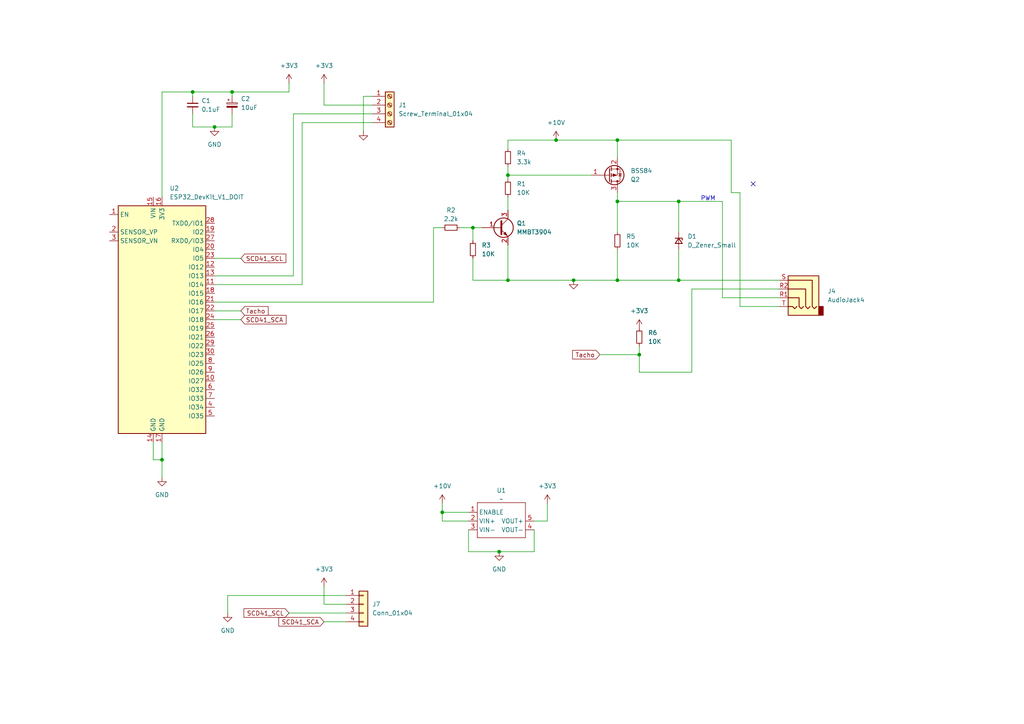
<source format=kicad_sch>
(kicad_sch (version 20231120) (generator "eeschema") (generator_version "8.0")
  (paper "A4")
  (lib_symbols
    (symbol "A_LOCAL_LIBS:Bucket-Converter-Board-3.3V"
      (property "Reference" "U" (at 0 6.604 0))
      (symbol "Bucket-Converter-Board-3.3V_0_1"
        (polyline (pts (xy -6.35 5.334) (xy 7.62 5.334) (xy 7.62 -4.826) (xy -6.35 -4.826) (xy -6.35 5.334)))
      )
      (symbol "Bucket-Converter-Board-3.3V_1_1"
        (pin input line (at -8.89 2.54 0) (length 2.54) (name "ENABLE") (number "1"))
        (pin power_in line (at -8.89 0 0) (length 2.54) (name "VIN+") (number "2"))
        (pin power_in line (at -8.89 -2.54 0) (length 2.54) (name "VIN-") (number "3"))
        (pin power_out line (at 10.16 -2.54 180) (length 2.54) (name "VOUT-") (number "4"))
        (pin power_out line (at 10.16 0 180) (length 2.54) (name "VOUT+") (number "5"))
      )
    )
    (symbol "A_LOCAL_LIBS:ESP32_DevKit_V1_DOIT"
      (property "Reference" "U" (at -11.43 34.29 0))
      (property "Value" "ESP32_DevKit_V1_DOIT" (at 11.43 34.29 0))
      (symbol "ESP32_DevKit_V1_DOIT_1_1"
        (rectangle (start -12.7 33.02) (end 12.7 -33.02) (stroke (width 0.254)) (fill (type background)))
        (pin input line (at -15.24 30.48 0) (length 2.54) (name "EN") (number "1"))
        (pin bidirectional line (at 15.24 -17.78 180) (length 2.54) (name "IO27") (number "10"))
        (pin bidirectional line (at 15.24 10.16 180) (length 2.54) (name "IO14") (number "11"))
        (pin bidirectional line (at 15.24 15.24 180) (length 2.54) (name "IO12") (number "12"))
        (pin bidirectional line (at 15.24 12.7 180) (length 2.54) (name "IO13") (number "13"))
        (pin power_in line (at -2.54 -35.56 90) (length 2.54) (name "GND") (number "14"))
        (pin power_in line (at -2.54 35.56 270) (length 2.54) (name "VIN") (number "15"))
        (pin power_in line (at 0 35.56 270) (length 2.54) (name "3V3") (number "16"))
        (pin power_in line (at 0 -35.56 90) (length 2.54) (name "GND") (number "17"))
        (pin bidirectional line (at 15.24 7.62 180) (length 2.54) (name "IO15") (number "18"))
        (pin bidirectional line (at 15.24 25.4 180) (length 2.54) (name "IO2") (number "19"))
        (pin input line (at -15.24 25.4 0) (length 2.54) (name "SENSOR_VP") (number "2"))
        (pin bidirectional line (at 15.24 20.32 180) (length 2.54) (name "IO4") (number "20"))
        (pin bidirectional line (at 15.24 5.08 180) (length 2.54) (name "IO16") (number "21"))
        (pin bidirectional line (at 15.24 2.54 180) (length 2.54) (name "IO17") (number "22"))
        (pin bidirectional line (at 15.24 17.78 180) (length 2.54) (name "IO5") (number "23"))
        (pin bidirectional line (at 15.24 0 180) (length 2.54) (name "IO18") (number "24"))
        (pin bidirectional line (at 15.24 -2.54 180) (length 2.54) (name "IO19") (number "25"))
        (pin bidirectional line (at 15.24 -5.08 180) (length 2.54) (name "IO21") (number "26"))
        (pin bidirectional line (at 15.24 22.86 180) (length 2.54) (name "RXD0/IO3") (number "27"))
        (pin bidirectional line (at 15.24 27.94 180) (length 2.54) (name "TXD0/IO1") (number "28"))
        (pin bidirectional line (at 15.24 -7.62 180) (length 2.54) (name "IO22") (number "29"))
        (pin input line (at -15.24 22.86 0) (length 2.54) (name "SENSOR_VN") (number "3"))
        (pin bidirectional line (at 15.24 -10.16 180) (length 2.54) (name "IO23") (number "30"))
        (pin input line (at 15.24 -25.4 180) (length 2.54) (name "IO34") (number "4"))
        (pin input line (at 15.24 -27.94 180) (length 2.54) (name "IO35") (number "5"))
        (pin bidirectional line (at 15.24 -20.32 180) (length 2.54) (name "IO32") (number "6"))
        (pin bidirectional line (at 15.24 -22.86 180) (length 2.54) (name "IO33") (number "7"))
        (pin bidirectional line (at 15.24 -12.7 180) (length 2.54) (name "IO25") (number "8"))
        (pin bidirectional line (at 15.24 -15.24 180) (length 2.54) (name "IO26") (number "9"))
      )
    )
    (symbol "Connector:Screw_Terminal_01x04" (pin_names (offset 1.016) hide)
      (property "Reference" "J" (at 0 5.08 0))
      (property "Value" "Screw_Terminal_01x04" (at 0 -7.62 0))
      (symbol "Screw_Terminal_01x04_1_1"
        (rectangle (start -1.27 3.81) (end 1.27 -6.35) (stroke (width 0.254)) (fill (type background)))
        (circle (center 0 -5.08) (radius 0.635) (stroke (width 0.1524)))
        (circle (center 0 -2.54) (radius 0.635) (stroke (width 0.1524)))
        (polyline (pts (xy -0.5334 -4.7498) (xy 0.3302 -5.588)) (stroke (width 0.1524)))
        (polyline (pts (xy -0.5334 -2.2098) (xy 0.3302 -3.048)) (stroke (width 0.1524)))
        (polyline (pts (xy -0.5334 0.3302) (xy 0.3302 -0.508)) (stroke (width 0.1524)))
        (polyline (pts (xy -0.5334 2.8702) (xy 0.3302 2.032)) (stroke (width 0.1524)))
        (polyline (pts (xy -0.3556 -4.572) (xy 0.508 -5.4102)) (stroke (width 0.1524)))
        (polyline (pts (xy -0.3556 -2.032) (xy 0.508 -2.8702)) (stroke (width 0.1524)))
        (polyline (pts (xy -0.3556 0.508) (xy 0.508 -0.3302)) (stroke (width 0.1524)))
        (polyline (pts (xy -0.3556 3.048) (xy 0.508 2.2098)) (stroke (width 0.1524)))
        (circle (center 0 0) (radius 0.635) (stroke (width 0.1524)))
        (circle (center 0 2.54) (radius 0.635) (stroke (width 0.1524)))
        (pin passive line (at -5.08 2.54 0) (length 3.81) (name "Pin_1") (number "1"))
        (pin passive line (at -5.08 0 0) (length 3.81) (name "Pin_2") (number "2"))
        (pin passive line (at -5.08 -2.54 0) (length 3.81) (name "Pin_3") (number "3"))
        (pin passive line (at -5.08 -5.08 0) (length 3.81) (name "Pin_4") (number "4"))
      )
    )
    (symbol "Connector_Audio:AudioJack4"
      (property "Reference" "J" (at 0 8.89 0))
      (property "Value" "AudioJack4" (at 0 6.35 0))
      (symbol "AudioJack4_0_1"
        (rectangle (start -6.35 -5.08) (end -7.62 -7.62) (stroke (width 0.254)) (fill (type outline)))
        (polyline (pts (xy 0 -5.08) (xy 0.635 -5.715) (xy 1.27 -5.08) (xy 2.54 -5.08)) (stroke (width 0.254)))
        (polyline (pts (xy -5.715 -5.08) (xy -5.08 -5.715) (xy -4.445 -5.08) (xy -4.445 2.54) (xy 2.54 2.54)) (stroke (width 0.254)))
        (polyline (pts (xy -1.905 -5.08) (xy -1.27 -5.715) (xy -0.635 -5.08) (xy -0.635 -2.54) (xy 2.54 -2.54)) (stroke (width 0.254)))
        (polyline (pts (xy 2.54 0) (xy -2.54 0) (xy -2.54 -5.08) (xy -3.175 -5.715) (xy -3.81 -5.08)) (stroke (width 0.254)))
        (rectangle (start 2.54 3.81) (end -6.35 -7.62) (stroke (width 0.254)) (fill (type background)))
      )
      (symbol "AudioJack4_1_1"
        (pin passive line (at 5.08 -2.54 180) (length 2.54) (name "~") (number "R1"))
        (pin passive line (at 5.08 0 180) (length 2.54) (name "~") (number "R2"))
        (pin passive line (at 5.08 2.54 180) (length 2.54) (name "~") (number "S"))
        (pin passive line (at 5.08 -5.08 180) (length 2.54) (name "~") (number "T"))
      )
    )
    (symbol "Connector_Generic:Conn_01x04" (pin_names (offset 1.016) hide)
      (property "Reference" "J" (at 0 5.08 0))
      (property "Value" "Conn_01x04" (at 0 -7.62 0))
      (symbol "Conn_01x04_1_1"
        (rectangle (start -1.27 -4.953) (end 0 -5.207) (stroke (width 0.1524)))
        (rectangle (start -1.27 -2.413) (end 0 -2.667) (stroke (width 0.1524)))
        (rectangle (start -1.27 0.127) (end 0 -0.127) (stroke (width 0.1524)))
        (rectangle (start -1.27 2.667) (end 0 2.413) (stroke (width 0.1524)))
        (rectangle (start -1.27 3.81) (end 1.27 -6.35) (stroke (width 0.254)) (fill (type background)))
        (pin passive line (at -5.08 2.54 0) (length 3.81) (name "Pin_1") (number "1"))
        (pin passive line (at -5.08 0 0) (length 3.81) (name "Pin_2") (number "2"))
        (pin passive line (at -5.08 -2.54 0) (length 3.81) (name "Pin_3") (number "3"))
        (pin passive line (at -5.08 -5.08 0) (length 3.81) (name "Pin_4") (number "4"))
      )
    )
    (symbol "Device:C_Polarized_Small" (pin_numbers hide) (pin_names (offset 0.254) hide)
      (property "Reference" "C" (at 0.254 1.778 0))
      (property "Value" "C_Polarized_Small" (at 0.254 -2.032 0))
      (symbol "C_Polarized_Small_0_1"
        (rectangle (start -1.524 -0.3048) (end 1.524 -0.6858) (fill (type outline)))
        (rectangle (start -1.524 0.6858) (end 1.524 0.3048))
        (polyline (pts (xy -1.27 1.524) (xy -0.762 1.524)))
        (polyline (pts (xy -1.016 1.27) (xy -1.016 1.778)))
      )
      (symbol "C_Polarized_Small_1_1"
        (pin passive line (at 0 2.54 270) (length 1.8542) (name "~") (number "1"))
        (pin passive line (at 0 -2.54 90) (length 1.8542) (name "~") (number "2"))
      )
    )
    (symbol "Device:C_Small" (pin_numbers hide) (pin_names (offset 0.254) hide)
      (property "Reference" "C" (at 0.254 1.778 0))
      (property "Value" "C_Small" (at 0.254 -2.032 0))
      (symbol "C_Small_0_1"
        (polyline (pts (xy -1.524 -0.508) (xy 1.524 -0.508)) (stroke (width 0.3302)))
        (polyline (pts (xy -1.524 0.508) (xy 1.524 0.508)) (stroke (width 0.3048)))
      )
      (symbol "C_Small_1_1"
        (pin passive line (at 0 2.54 270) (length 2.032) (name "~") (number "1"))
        (pin passive line (at 0 -2.54 90) (length 2.032) (name "~") (number "2"))
      )
    )
    (symbol "Device:D_Zener_Small" (pin_numbers hide) (pin_names (offset 0.254) hide)
      (property "Reference" "D" (at 0 2.286 0))
      (property "Value" "D_Zener_Small" (at 0 -2.286 0))
      (symbol "D_Zener_Small_0_1"
        (polyline (pts (xy 0.762 0) (xy -0.762 0)))
        (polyline (pts (xy -0.254 1.016) (xy -0.762 1.016) (xy -0.762 -1.016)) (stroke (width 0.254)))
        (polyline (pts (xy 0.762 1.016) (xy -0.762 0) (xy 0.762 -1.016) (xy 0.762 1.016)) (stroke (width 0.254)))
      )
      (symbol "D_Zener_Small_1_1"
        (pin passive line (at -2.54 0 0) (length 1.778) (name "K") (number "1"))
        (pin passive line (at 2.54 0 180) (length 1.778) (name "A") (number "2"))
      )
    )
    (symbol "Device:R_Small" (pin_numbers hide) (pin_names (offset 0.254) hide)
      (property "Reference" "R" (at 0.762 0.508 0))
      (property "Value" "R_Small" (at 0.762 -1.016 0))
      (symbol "R_Small_0_1"
        (rectangle (start -0.762 1.778) (end 0.762 -1.778) (stroke (width 0.2032)))
      )
      (symbol "R_Small_1_1"
        (pin passive line (at 0 2.54 270) (length 0.762) (name "~") (number "1"))
        (pin passive line (at 0 -2.54 90) (length 0.762) (name "~") (number "2"))
      )
    )
    (symbol "GND_1" (power) (pin_names (offset 0))
      (property "Value" "GND_1" (at 0 -3.81 0))
      (symbol "GND_1_0_1"
        (polyline (pts (xy 0 0) (xy 0 -1.27) (xy 1.27 -1.27) (xy 0 -2.54) (xy -1.27 -1.27) (xy 0 -1.27)))
      )
      (symbol "GND_1_1_1"
        (pin power_in line (at 0 0 270) (length 0) hide (name "GND") (number "1"))
      )
    )
    (symbol "GND_2" (power) (pin_numbers hide) (pin_names (offset 0) hide)
      (property "Value" "GND" (at 0 -3.81 0))
      (symbol "GND_2_0_1"
        (polyline (pts (xy 0 0) (xy 0 -1.27) (xy 1.27 -1.27) (xy 0 -2.54) (xy -1.27 -1.27) (xy 0 -1.27)))
      )
      (symbol "GND_2_1_1"
        (pin power_in line (at 0 0 270) (length 0) (name "~") (number "1"))
      )
    )
    (symbol "Transistor_BJT:MMBT3904" (pin_names (offset 0) hide)
      (property "Reference" "Q" (at 5.08 1.905 0))
      (property "Value" "MMBT3904" (at 5.08 0 0))
      (symbol "MMBT3904_0_1"
        (polyline (pts (xy 0.635 0.635) (xy 2.54 2.54)))
        (polyline (pts (xy 0.635 -0.635) (xy 2.54 -2.54) (xy 2.54 -2.54)))
        (polyline (pts (xy 0.635 1.905) (xy 0.635 -1.905) (xy 0.635 -1.905)) (stroke (width 0.508)))
        (polyline (pts (xy 1.27 -1.778) (xy 1.778 -1.27) (xy 2.286 -2.286) (xy 1.27 -1.778) (xy 1.27 -1.778)) (fill (type outline)))
        (circle (center 1.27 0) (radius 2.8194) (stroke (width 0.254)))
      )
      (symbol "MMBT3904_1_1"
        (pin input line (at -5.08 0 0) (length 5.715) (name "B") (number "1"))
        (pin passive line (at 2.54 -5.08 90) (length 2.54) (name "E") (number "2"))
        (pin passive line (at 2.54 5.08 270) (length 2.54) (name "C") (number "3"))
      )
    )
    (symbol "Transistor_FET:BSS84" (pin_names hide)
      (property "Reference" "Q" (at 5.08 1.905 0))
      (property "Value" "BSS84" (at 5.08 0 0))
      (symbol "BSS84_0_1"
        (polyline (pts (xy 0.254 0) (xy -2.54 0)))
        (polyline (pts (xy 0.254 1.905) (xy 0.254 -1.905)) (stroke (width 0.254)))
        (polyline (pts (xy 0.762 -1.27) (xy 0.762 -2.286)) (stroke (width 0.254)))
        (polyline (pts (xy 0.762 0.508) (xy 0.762 -0.508)) (stroke (width 0.254)))
        (polyline (pts (xy 0.762 2.286) (xy 0.762 1.27)) (stroke (width 0.254)))
        (polyline (pts (xy 2.54 2.54) (xy 2.54 1.778)))
        (polyline (pts (xy 2.54 -2.54) (xy 2.54 0) (xy 0.762 0)))
        (polyline (pts (xy 0.762 1.778) (xy 3.302 1.778) (xy 3.302 -1.778) (xy 0.762 -1.778)))
        (polyline (pts (xy 2.286 0) (xy 1.27 0.381) (xy 1.27 -0.381) (xy 2.286 0)) (fill (type outline)))
        (polyline (pts (xy 2.794 -0.508) (xy 2.921 -0.381) (xy 3.683 -0.381) (xy 3.81 -0.254)))
        (polyline (pts (xy 3.302 -0.381) (xy 2.921 0.254) (xy 3.683 0.254) (xy 3.302 -0.381)))
        (circle (center 1.651 0) (radius 2.794) (stroke (width 0.254)))
        (circle (center 2.54 -1.778) (radius 0.254) (fill (type outline)))
        (circle (center 2.54 1.778) (radius 0.254) (fill (type outline)))
      )
      (symbol "BSS84_1_1"
        (pin input line (at -5.08 0 0) (length 2.54) (name "G") (number "1"))
        (pin passive line (at 2.54 -5.08 90) (length 2.54) (name "S") (number "2"))
        (pin passive line (at 2.54 5.08 270) (length 2.54) (name "D") (number "3"))
      )
    )
    (symbol "power:+10V" (power) (pin_names (offset 0))
      (property "Value" "+10V" (at 0 3.556 0))
      (symbol "+10V_0_1"
        (polyline (pts (xy -0.762 1.27) (xy 0 2.54)))
        (polyline (pts (xy 0 0) (xy 0 2.54)))
        (polyline (pts (xy 0 2.54) (xy 0.762 1.27)))
      )
      (symbol "+10V_1_1"
        (pin power_in line (at 0 0 90) (length 0) hide (name "+10V") (number "1"))
      )
    )
    (symbol "power:+3.3V" (power) (pin_names (offset 0))
      (property "Value" "+3.3V" (at 0 3.556 0))
      (symbol "+3.3V_0_1"
        (polyline (pts (xy -0.762 1.27) (xy 0 2.54)))
        (polyline (pts (xy 0 0) (xy 0 2.54)))
        (polyline (pts (xy 0 2.54) (xy 0.762 1.27)))
      )
      (symbol "+3.3V_1_1"
        (pin power_in line (at 0 0 90) (length 0) hide (name "+3V3") (number "1"))
      )
    )
    (symbol "power:GND" (power) (pin_names (offset 0))
      (property "Value" "GND" (at 0 -3.81 0))
      (symbol "GND_0_1"
        (polyline (pts (xy 0 0) (xy 0 -1.27) (xy 1.27 -1.27) (xy 0 -2.54) (xy -1.27 -1.27) (xy 0 -1.27)))
      )
      (symbol "GND_1_1"
        (pin power_in line (at 0 0 270) (length 0) hide (name "GND") (number "1"))
      )
    )
  )
  (junction (at 62.23 36.83))
  (junction (at 147.32 50.8))
  (junction (at 147.32 81.28))
  (junction (at 55.88 26.67))
  (junction (at 67.31 26.67))
  (junction (at 196.85 58.42))
  (junction (at 179.07 58.42))
  (junction (at 137.16 66.04))
  (junction (at 161.29 40.64))
  (junction (at 46.99 133.35))
  (junction (at 144.78 160.02))
  (junction (at 179.07 40.64))
  (junction (at 196.85 81.28))
  (junction (at 179.07 81.28))
  (junction (at 128.27 148.59))
  (junction (at 185.42 102.87))
  (junction (at 166.37 81.28))
  (no_connect (at 218.44 53.34))
  (wire (pts (xy 158.75 151.13) (xy 158.75 146.05)))
  (wire (pts (xy 55.88 26.67) (xy 67.31 26.67)))
  (wire (pts (xy 161.29 40.64) (xy 179.07 40.64)))
  (wire (pts (xy 128.27 148.59) (xy 128.27 146.05)))
  (wire (pts (xy 200.66 83.82) (xy 200.66 107.95)))
  (wire (pts (xy 147.32 57.15) (xy 147.32 60.96)))
  (wire (pts (xy 62.23 87.63) (xy 125.73 87.63)))
  (wire (pts (xy 46.99 26.67) (xy 55.88 26.67)))
  (wire (pts (xy 83.82 177.8) (xy 100.33 177.8)))
  (wire (pts (xy 179.07 55.88) (xy 179.07 58.42)))
  (wire (pts (xy 87.63 35.56) (xy 107.95 35.56)))
  (wire (pts (xy 209.55 86.36) (xy 226.06 86.36)))
  (wire (pts (xy 67.31 26.67) (xy 67.31 27.94)))
  (wire (pts (xy 100.33 172.72) (xy 66.04 172.72)))
  (wire (pts (xy 196.85 58.42) (xy 209.55 58.42)))
  (wire (pts (xy 147.32 48.26) (xy 147.32 50.8)))
  (wire (pts (xy 128.27 148.59) (xy 135.89 148.59)))
  (wire (pts (xy 179.07 72.39) (xy 179.07 81.28)))
  (wire (pts (xy 46.99 138.43) (xy 46.99 133.35)))
  (wire (pts (xy 62.23 92.71) (xy 69.85 92.71)))
  (wire (pts (xy 173.99 102.87) (xy 185.42 102.87)))
  (wire (pts (xy 44.45 128.27) (xy 44.45 133.35)))
  (wire (pts (xy 179.07 40.64) (xy 212.09 40.64)))
  (wire (pts (xy 196.85 81.28) (xy 226.06 81.28)))
  (wire (pts (xy 135.89 160.02) (xy 144.78 160.02)))
  (wire (pts (xy 154.94 160.02) (xy 144.78 160.02)))
  (wire (pts (xy 196.85 58.42) (xy 196.85 67.31)))
  (wire (pts (xy 46.99 26.67) (xy 46.99 57.15)))
  (wire (pts (xy 55.88 36.83) (xy 62.23 36.83)))
  (wire (pts (xy 125.73 66.04) (xy 125.73 87.63)))
  (wire (pts (xy 93.98 30.48) (xy 93.98 24.13)))
  (wire (pts (xy 62.23 80.01) (xy 85.09 80.01)))
  (wire (pts (xy 179.07 81.28) (xy 166.37 81.28)))
  (wire (pts (xy 200.66 107.95) (xy 185.42 107.95)))
  (wire (pts (xy 107.95 30.48) (xy 93.98 30.48)))
  (wire (pts (xy 83.82 24.13) (xy 83.82 26.67)))
  (wire (pts (xy 67.31 33.02) (xy 67.31 36.83)))
  (wire (pts (xy 128.27 151.13) (xy 128.27 148.59)))
  (wire (pts (xy 67.31 26.67) (xy 83.82 26.67)))
  (wire (pts (xy 100.33 175.26) (xy 93.98 175.26)))
  (wire (pts (xy 85.09 33.02) (xy 107.95 33.02)))
  (wire (pts (xy 214.63 88.9) (xy 226.06 88.9)))
  (wire (pts (xy 135.89 153.67) (xy 135.89 160.02)))
  (wire (pts (xy 161.29 40.64) (xy 147.32 40.64)))
  (wire (pts (xy 105.41 27.94) (xy 105.41 38.1)))
  (wire (pts (xy 196.85 81.28) (xy 179.07 81.28)))
  (wire (pts (xy 125.73 66.04) (xy 128.27 66.04)))
  (wire (pts (xy 226.06 83.82) (xy 200.66 83.82)))
  (wire (pts (xy 147.32 50.8) (xy 147.32 52.07)))
  (wire (pts (xy 55.88 33.02) (xy 55.88 36.83)))
  (wire (pts (xy 185.42 102.87) (xy 185.42 107.95)))
  (wire (pts (xy 133.35 66.04) (xy 137.16 66.04)))
  (wire (pts (xy 137.16 66.04) (xy 137.16 69.85)))
  (wire (pts (xy 67.31 36.83) (xy 62.23 36.83)))
  (wire (pts (xy 62.23 90.17) (xy 69.85 90.17)))
  (wire (pts (xy 135.89 151.13) (xy 128.27 151.13)))
  (wire (pts (xy 147.32 71.12) (xy 147.32 81.28)))
  (wire (pts (xy 46.99 128.27) (xy 46.99 133.35)))
  (wire (pts (xy 196.85 72.39) (xy 196.85 81.28)))
  (wire (pts (xy 154.94 153.67) (xy 154.94 160.02)))
  (wire (pts (xy 66.04 172.72) (xy 66.04 177.8)))
  (wire (pts (xy 147.32 50.8) (xy 171.45 50.8)))
  (wire (pts (xy 85.09 80.01) (xy 85.09 33.02)))
  (wire (pts (xy 209.55 58.42) (xy 209.55 86.36)))
  (wire (pts (xy 87.63 82.55) (xy 87.63 35.56)))
  (wire (pts (xy 137.16 81.28) (xy 147.32 81.28)))
  (wire (pts (xy 212.09 55.88) (xy 212.09 40.64)))
  (wire (pts (xy 214.63 55.88) (xy 212.09 55.88)))
  (wire (pts (xy 44.45 133.35) (xy 46.99 133.35)))
  (wire (pts (xy 137.16 74.93) (xy 137.16 81.28)))
  (wire (pts (xy 93.98 180.34) (xy 100.33 180.34)))
  (wire (pts (xy 62.23 74.93) (xy 69.85 74.93)))
  (wire (pts (xy 62.23 82.55) (xy 87.63 82.55)))
  (wire (pts (xy 137.16 66.04) (xy 139.7 66.04)))
  (wire (pts (xy 214.63 55.88) (xy 214.63 88.9)))
  (wire (pts (xy 107.95 27.94) (xy 105.41 27.94)))
  (wire (pts (xy 185.42 100.33) (xy 185.42 102.87)))
  (wire (pts (xy 179.07 58.42) (xy 196.85 58.42)))
  (wire (pts (xy 179.07 40.64) (xy 179.07 45.72)))
  (wire (pts (xy 179.07 58.42) (xy 179.07 67.31)))
  (wire (pts (xy 93.98 175.26) (xy 93.98 170.18)))
  (wire (pts (xy 147.32 40.64) (xy 147.32 43.18)))
  (wire (pts (xy 55.88 26.67) (xy 55.88 27.94)))
  (wire (pts (xy 147.32 81.28) (xy 166.37 81.28)))
  (wire (pts (xy 154.94 151.13) (xy 158.75 151.13)))
  (text "PWM" (at 203.2 58.42 0) (effects (font (size 1.27 1.27)) (justify left bottom)))
  (global_label "SCD41_SCL" (shape input) (at 83.82 177.8 180) (property "Intersheetrefs" "${INTERSHEET_REFS}" (effects (hide yes))))
  (global_label "Tacho" (shape input) (at 69.85 90.17 0) (property "Intersheetrefs" "${INTERSHEET_REFS}" (effects (hide yes))))
  (global_label "Tacho" (shape input) (at 173.99 102.87 180) (property "Intersheetrefs" "${INTERSHEET_REFS}" (effects (hide yes))))
  (global_label "SCD41_SCA" (shape input) (at 69.85 92.71 0) (property "Intersheetrefs" "${INTERSHEET_REFS}" (effects (hide yes))))
  (global_label "SCD41_SCA" (shape input) (at 93.98 180.34 180) (property "Intersheetrefs" "${INTERSHEET_REFS}" (effects (hide yes))))
  (global_label "SCD41_SCL" (shape input) (at 69.85 74.93 0) (property "Intersheetrefs" "${INTERSHEET_REFS}" (effects (hide yes))))
  (symbol (lib_id "Device:R_Small") (at 147.32 45.72 0) (unit 1)
    (property "Reference" "R4" (at 149.86 44.45 0) (effects (justify left)))
    (property "Value" "3.3k" (at 149.86 46.99 0) (effects (justify left)))
    (property "Footprint" "Resistor_SMD:R_0805_2012Metric_Pad1.20x1.40mm_HandSolder" (effects (hide yes)))
  )
  (symbol (lib_id "power:+3.3V") (at 83.82 24.13 0) (unit 1)
    (property "Reference" "#PWR08" (effects (hide yes)))
    (property "Value" "+3V3" (at 83.82 19.05 0))
  )
  (symbol (lib_id "A_LOCAL_LIBS:ESP32_DevKit_V1_DOIT") (at 46.99 92.71 0) (unit 1)
    (property "Reference" "U2" (at 49.1841 54.61 0) (effects (justify left)))
    (property "Value" "ESP32_DevKit_V1_DOIT" (at 49.1841 57.15 0) (effects (justify left)))
    (property "Footprint" "A_LOCAL_LIBS:esp32_devkit_v1_doit" (effects (hide yes)))
    (property "Datasheet" "https://aliexpress.com/item/32864722159.html" (effects (hide yes)))
  )
  (symbol (lib_id "power:+10V") (at 161.29 40.64 0) (unit 1)
    (property "Reference" "#PWR02" (effects (hide yes)))
    (property "Value" "+10V" (at 161.29 35.56 0))
  )
  (symbol (lib_id "power:+3.3V") (at 158.75 146.05 0) (unit 1)
    (property "Reference" "#PWR017" (effects (hide yes)))
    (property "Value" "+3V3" (at 158.75 140.97 0))
  )
  (symbol (lib_id "Connector_Generic:Conn_01x04") (at 105.41 175.26 0) (unit 1)
    (property "Reference" "J7" (at 107.95 175.26 0) (effects (justify left)))
    (property "Value" "Conn_01x04" (at 107.95 177.8 0) (effects (justify left)))
    (property "Footprint" "Connector_PinHeader_2.54mm:PinHeader_1x04_P2.54mm_Vertical" (effects (hide yes)))
  )
  (symbol (lib_name "GND_1") (lib_id "power:GND") (at 62.23 36.83 0) (unit 1)
    (property "Reference" "#PWR010" (effects (hide yes)))
    (property "Value" "GND" (at 62.23 41.91 0))
  )
  (symbol (lib_id "power:+3.3V") (at 93.98 170.18 0) (unit 1)
    (property "Reference" "#PWR014" (effects (hide yes)))
    (property "Value" "+3V3" (at 93.98 165.1 0))
  )
  (symbol (lib_id "power:+3.3V") (at 185.42 95.25 0) (unit 1)
    (property "Reference" "#PWR05" (effects (hide yes)))
    (property "Value" "+3V3" (at 185.42 90.17 0))
  )
  (symbol (lib_id "Device:C_Polarized_Small") (at 67.31 30.48 0) (unit 1)
    (property "Reference" "C2" (at 69.85 28.6639 0) (effects (justify left)))
    (property "Value" "10uF" (at 69.85 31.2039 0) (effects (justify left)))
    (property "Footprint" "Capacitor_Tantalum_SMD:CP_EIA-3528-12_Kemet-T_Pad1.50x2.35mm_HandSolder" (effects (hide yes)))
  )
  (symbol (lib_id "Device:R_Small") (at 147.32 54.61 0) (unit 1)
    (property "Reference" "R1" (at 149.86 53.34 0) (effects (justify left)))
    (property "Value" "10K" (at 149.86 55.88 0) (effects (justify left)))
    (property "Footprint" "Resistor_SMD:R_0805_2012Metric_Pad1.20x1.40mm_HandSolder" (effects (hide yes)))
  )
  (symbol (lib_id "power:GND") (at 46.99 138.43 0) (unit 1)
    (property "Reference" "#PWR03" (effects (hide yes)))
    (property "Value" "GND" (at 46.99 143.51 0))
  )
  (symbol (lib_id "Device:R_Small") (at 185.42 97.79 0) (unit 1)
    (property "Reference" "R6" (at 187.96 96.52 0) (effects (justify left)))
    (property "Value" "10K" (at 187.96 99.06 0) (effects (justify left)))
    (property "Footprint" "Resistor_SMD:R_0805_2012Metric_Pad1.20x1.40mm_HandSolder" (effects (hide yes)))
  )
  (symbol (lib_id "Transistor_FET:BSS84") (at 176.53 50.8 0) (mirror x) (unit 1)
    (property "Reference" "Q2" (at 182.88 52.07 0) (effects (justify left)))
    (property "Value" "BSS84" (at 182.88 49.53 0) (effects (justify left)))
    (property "Footprint" "Package_TO_SOT_SMD:SOT-23" (effects (hide yes)))
    (property "Datasheet" "http://assets.nexperia.com/documents/data-sheet/BSS84.pdf" (effects (hide yes)))
  )
  (symbol (lib_id "power:+10V") (at 128.27 146.05 0) (unit 1)
    (property "Reference" "#PWR015" (effects (hide yes)))
    (property "Value" "+10V" (at 128.27 140.97 0))
  )
  (symbol (lib_id "Connector_Audio:AudioJack4") (at 231.14 83.82 0) (mirror y) (unit 1)
    (property "Reference" "J4" (at 240.03 84.4549 0) (effects (justify right)))
    (property "Value" "AudioJack4" (at 240.03 86.9949 0) (effects (justify right)))
    (property "Footprint" "Connector_Audio:Jack_3.5mm_KoreanHropartsElec_PJ-320D-4A_Horizontal" (effects (hide yes)))
    (property "Description" "Audio Jack, 4 Poles (TRRS)" (effects (hide yes)))
  )
  (symbol (lib_id "A_LOCAL_LIBS:Bucket-Converter-Board-3.3V") (at 144.78 151.13 0) (unit 1)
    (property "Reference" "U1" (at 145.415 142.24 0))
    (property "Value" "~" (at 145.415 144.78 0))
    (property "Footprint" "A_LOCAL_LIBS:Buck-Boost-Converter-Board-3.3V" (effects (hide yes)))
    (property "Description" "https://www.aliexpress.com/item/1005001345418224.html?spm=a2g0o.order_list.order_list_main.23.433e18028rvluK" (effects (hide yes)))
  )
  (symbol (lib_name "GND_2") (lib_id "power:GND") (at 66.04 177.8 0) (unit 1)
    (property "Reference" "#PWR013" (effects (hide yes)))
    (property "Value" "GND" (at 66.04 182.88 0))
    (property "Description" "Power symbol creates a global label with name \"GND\" , ground" (effects (hide yes)))
  )
  (symbol (lib_id "power:GND") (at 105.41 38.1 0) (unit 1)
    (property "Reference" "#PWR09" (effects (hide yes)))
    (property "Value" "GND" (effects (hide yes)))
  )
  (symbol (lib_id "power:GND") (at 166.37 81.28 0) (unit 1)
    (property "Reference" "#PWR01" (effects (hide yes)))
    (property "Value" "GND" (effects (hide yes)))
  )
  (symbol (lib_id "Device:R_Small") (at 137.16 72.39 0) (unit 1)
    (property "Reference" "R3" (at 139.7 71.12 0) (effects (justify left)))
    (property "Value" "10K" (at 139.7 73.66 0) (effects (justify left)))
    (property "Footprint" "Resistor_SMD:R_0805_2012Metric_Pad1.20x1.40mm_HandSolder" (effects (hide yes)))
  )
  (symbol (lib_id "Device:R_Small") (at 179.07 69.85 0) (unit 1)
    (property "Reference" "R5" (at 181.61 68.58 0) (effects (justify left)))
    (property "Value" "10K" (at 181.61 71.12 0) (effects (justify left)))
    (property "Footprint" "Resistor_SMD:R_0805_2012Metric_Pad1.20x1.40mm_HandSolder" (effects (hide yes)))
  )
  (symbol (lib_id "Device:R_Small") (at 130.81 66.04 90) (unit 1)
    (property "Reference" "R2" (at 130.81 60.96 90))
    (property "Value" "2.2k" (at 130.81 63.5 90))
    (property "Footprint" "Resistor_SMD:R_0805_2012Metric_Pad1.20x1.40mm_HandSolder" (effects (hide yes)))
  )
  (symbol (lib_id "Device:C_Small") (at 55.88 30.48 0) (unit 1)
    (property "Reference" "C1" (at 58.42 29.2163 0) (effects (justify left)))
    (property "Value" "0.1uF" (at 58.42 31.7563 0) (effects (justify left)))
    (property "Footprint" "Capacitor_SMD:C_0805_2012Metric_Pad1.18x1.45mm_HandSolder" (effects (hide yes)))
  )
  (symbol (lib_id "power:GND") (at 144.78 160.02 0) (unit 1)
    (property "Reference" "#PWR016" (effects (hide yes)))
    (property "Value" "GND" (at 144.78 165.1 0))
  )
  (symbol (lib_id "Transistor_BJT:MMBT3904") (at 144.78 66.04 0) (unit 1)
    (property "Reference" "Q1" (at 149.86 64.77 0) (effects (justify left)))
    (property "Value" "MMBT3904" (at 149.86 67.31 0) (effects (justify left)))
    (property "Footprint" "Package_TO_SOT_SMD:SOT-23" (effects (hide yes)))
    (property "Datasheet" "https://www.onsemi.com/pdf/datasheet/pzt3904-d.pdf" (effects (hide yes)))
  )
  (symbol (lib_id "power:+3.3V") (at 93.98 24.13 0) (unit 1)
    (property "Reference" "#PWR04" (effects (hide yes)))
    (property "Value" "+3V3" (at 93.98 19.05 0))
  )
  (symbol (lib_id "Connector:Screw_Terminal_01x04") (at 113.03 30.48 0) (unit 1)
    (property "Reference" "J1" (at 115.57 30.48 0) (effects (justify left)))
    (property "Value" "Screw_Terminal_01x04" (at 115.57 33.02 0) (effects (justify left)))
    (property "Footprint" "TerminalBlock_Phoenix:TerminalBlock_Phoenix_MPT-0,5-4-2.54_1x04_P2.54mm_Horizontal" (effects (hide yes)))
  )
  (symbol (lib_id "Device:D_Zener_Small") (at 196.85 69.85 270) (unit 1)
    (property "Reference" "D1" (at 199.39 68.58 90) (effects (justify left)))
    (property "Value" "D_Zener_Small" (at 199.39 71.12 90) (effects (justify left)))
    (property "Footprint" "Diode_SMD:D_0805_2012Metric_Pad1.15x1.40mm_HandSolder" (effects (hide yes)))
  )
)
</source>
